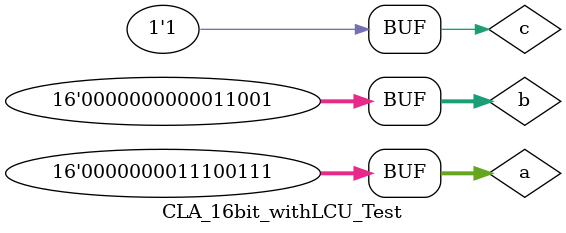
<source format=v>
`timescale 1ns / 1ps


module CLA_16bit_withLCU_Test;

	// Inputs
	reg [15:0] a;
	reg [15:0] b;
	reg c;

	// Outputs
	wire [15:0] S;
	wire C;
	wire P;
	wire G;

	// Instantiate the Unit Under Test (UUT)
	CLA_16bit_withLCU uut (
		.a(a), 
		.b(b), 
		.c(c), 
		.S(S), 
		.C(C), 
		.P(P), 
		.G(G)
	);

	initial begin
		$monitor ("a = %d, b = %d, c = %d, S = %d, C = %d, P = %d, G = %d", a, b, c, S, C, P, G);
		// Initialize Inputs

		a = 16'd65500; b = 16'd36; c = 0; // S = 0 C = 1
		#100;
		a = 16'd65530; b = 16'd6; c = 1; // S = 1 C = 1
		#100;
		a = 16'd231; b = 16'd25; c = 0; // S = 256 C = 0
		#100;
		a = 16'd21150; b = 16'd14256; c = 1; // S = 35407 C = 0
		#100;
		a = 16'd231; b = 16'd0; c = 0; // S = 231 C = 0
		#100;
		a = 16'd231; b = 16'd25; c = 1; // S = 257 C = 0
		#100;

	end
      
endmodule


</source>
